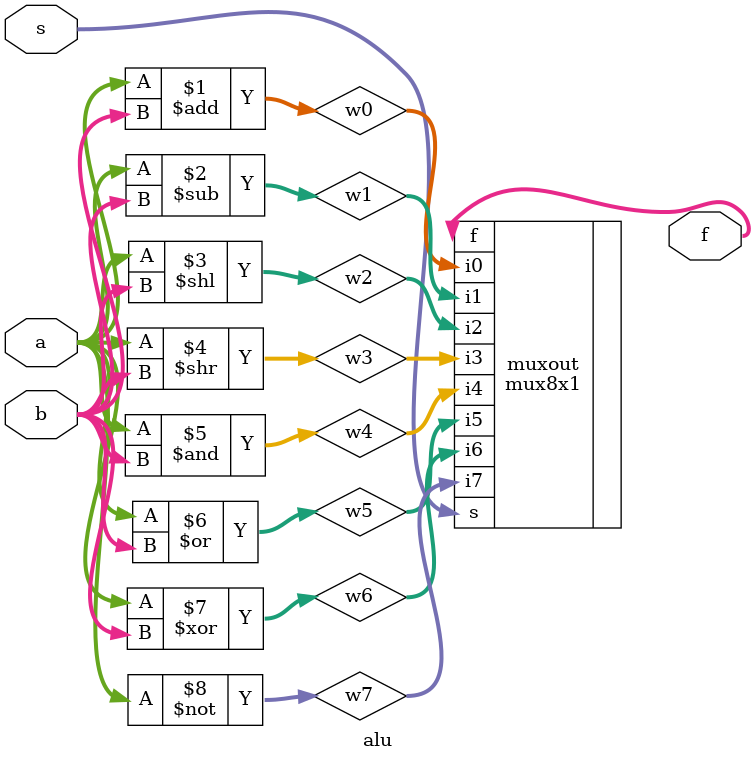
<source format=v>
/*
	alu.v
	unidade lógico aritmética
*/

module alu (a,b,s,f);

	input [3:0] a;
	input [3:0] b;
	input [2:0] s;
	output [3:0] f;
	
	wire [3:0] w0, w1, w2, w3, w4, w5, w6, w7;
	
	assign w0 = a+b;
	assign w1 = a-b;
	assign w2 = a << b;
	assign w3 = a >> b;
	assign w4 = a&b;
	assign w5 = a | b;
	assign w6 = a^b;
	assign w7 = ~a;
	
	mux8x1 muxout (.i0(w0),.i1(w1),.i2(w2),.i3(w3),.i4(w4),.i5(w5),.i6(w6),.i7(w7),.s(s),.f(f));
endmodule
</source>
